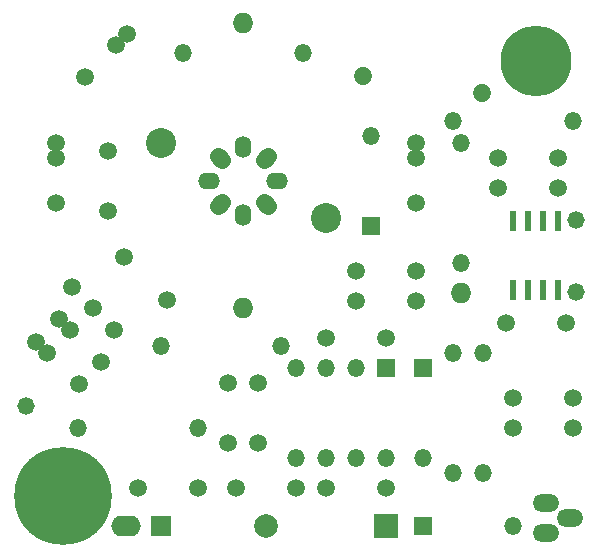
<source format=gts>
G04 (created by PCBNEW (2013-07-07 BZR 4022)-stable) date Tue 30 Aug 2022 12:13:58 AM CDT*
%MOIN*%
G04 Gerber Fmt 3.4, Leading zero omitted, Abs format*
%FSLAX34Y34*%
G01*
G70*
G90*
G04 APERTURE LIST*
%ADD10C,0.00590551*%
%ADD11O,0.0885X0.059*%
%ADD12O,0.059X0.059*%
%ADD13R,0.059X0.059*%
%ADD14R,0.069X0.069*%
%ADD15O,0.099X0.069*%
%ADD16C,0.23622*%
%ADD17C,0.059*%
%ADD18O,0.069X0.069*%
%ADD19R,0.079X0.079*%
%ADD20C,0.079*%
%ADD21C,0.325*%
%ADD22R,0.019X0.07*%
%ADD23C,0.059*%
%ADD24O,0.058X0.058*%
%ADD25C,0.056*%
%ADD26O,0.072X0.056*%
%ADD27O,0.056X0.072*%
%ADD28C,0.1*%
G04 APERTURE END LIST*
G54D10*
G54D11*
X95852Y-43250D03*
X96647Y-43750D03*
X95852Y-44250D03*
G54D12*
X92750Y-38250D03*
X92750Y-42250D03*
X93750Y-42250D03*
X93750Y-38250D03*
X83000Y-38000D03*
X87000Y-38000D03*
X83750Y-28250D03*
X87750Y-28250D03*
X84250Y-40750D03*
X80250Y-40750D03*
G54D13*
X90500Y-38750D03*
G54D12*
X89500Y-38750D03*
X88500Y-38750D03*
X87500Y-38750D03*
X87500Y-41750D03*
X88500Y-41750D03*
X90500Y-41750D03*
X89500Y-41750D03*
G54D14*
X83000Y-44000D03*
G54D15*
X81850Y-44000D03*
G54D16*
X95500Y-28500D03*
G54D17*
X94750Y-40750D03*
X96750Y-40750D03*
X91500Y-36500D03*
X89500Y-36500D03*
X85250Y-41250D03*
X85250Y-39250D03*
X86250Y-41250D03*
X86250Y-39250D03*
X88500Y-42750D03*
X90500Y-42750D03*
X81792Y-35042D03*
X83207Y-36457D03*
X81250Y-31500D03*
X81250Y-33500D03*
X96750Y-39750D03*
X94750Y-39750D03*
X90500Y-37750D03*
X88500Y-37750D03*
X87500Y-42750D03*
X85500Y-42750D03*
G54D18*
X85750Y-36750D03*
G54D19*
X90500Y-44000D03*
G54D20*
X86500Y-44000D03*
G54D13*
X91750Y-38750D03*
G54D12*
X91750Y-41750D03*
G54D13*
X90000Y-34000D03*
G54D12*
X90000Y-31000D03*
G54D13*
X91750Y-44000D03*
G54D12*
X94750Y-44000D03*
G54D17*
X81883Y-27616D03*
X80469Y-29030D03*
X81530Y-27969D03*
X79500Y-31250D03*
X79500Y-33250D03*
X79500Y-31750D03*
X91500Y-31250D03*
X91500Y-33250D03*
X91500Y-31750D03*
G54D21*
X79750Y-43000D03*
G54D18*
X85750Y-27250D03*
G54D22*
X96250Y-33850D03*
X95750Y-33850D03*
X95250Y-33850D03*
X94750Y-33850D03*
X94750Y-36150D03*
X95250Y-36150D03*
X95750Y-36150D03*
X96250Y-36150D03*
G54D23*
X89750Y-29000D02*
X89750Y-29000D01*
X93711Y-29556D02*
X93711Y-29556D01*
G54D12*
X96750Y-30500D03*
X92750Y-30500D03*
X93000Y-31250D03*
X93000Y-35250D03*
G54D17*
X94250Y-31750D03*
X96250Y-31750D03*
X96250Y-32750D03*
X94250Y-32750D03*
X96500Y-37250D03*
X94500Y-37250D03*
G54D18*
X93000Y-36250D03*
G54D17*
X79616Y-37116D03*
X81030Y-38530D03*
X79969Y-37469D03*
X78866Y-37866D03*
X80280Y-39280D03*
X79219Y-38219D03*
X80042Y-36042D03*
X81457Y-37457D03*
X80750Y-36750D03*
G54D24*
X96850Y-33800D03*
X96850Y-36200D03*
X78500Y-40000D03*
G54D25*
X85042Y-31792D02*
X84929Y-31679D01*
X86570Y-31679D02*
X86457Y-31792D01*
G54D26*
X86890Y-32500D03*
G54D27*
X85750Y-31359D03*
G54D25*
X86570Y-33320D02*
X86457Y-33207D01*
G54D27*
X85750Y-33640D03*
G54D25*
X85042Y-33207D02*
X84929Y-33320D01*
G54D26*
X84609Y-32500D03*
G54D17*
X84250Y-42750D03*
X82250Y-42750D03*
X91500Y-35500D03*
X89500Y-35500D03*
G54D28*
X83000Y-31250D03*
X88500Y-33750D03*
M02*

</source>
